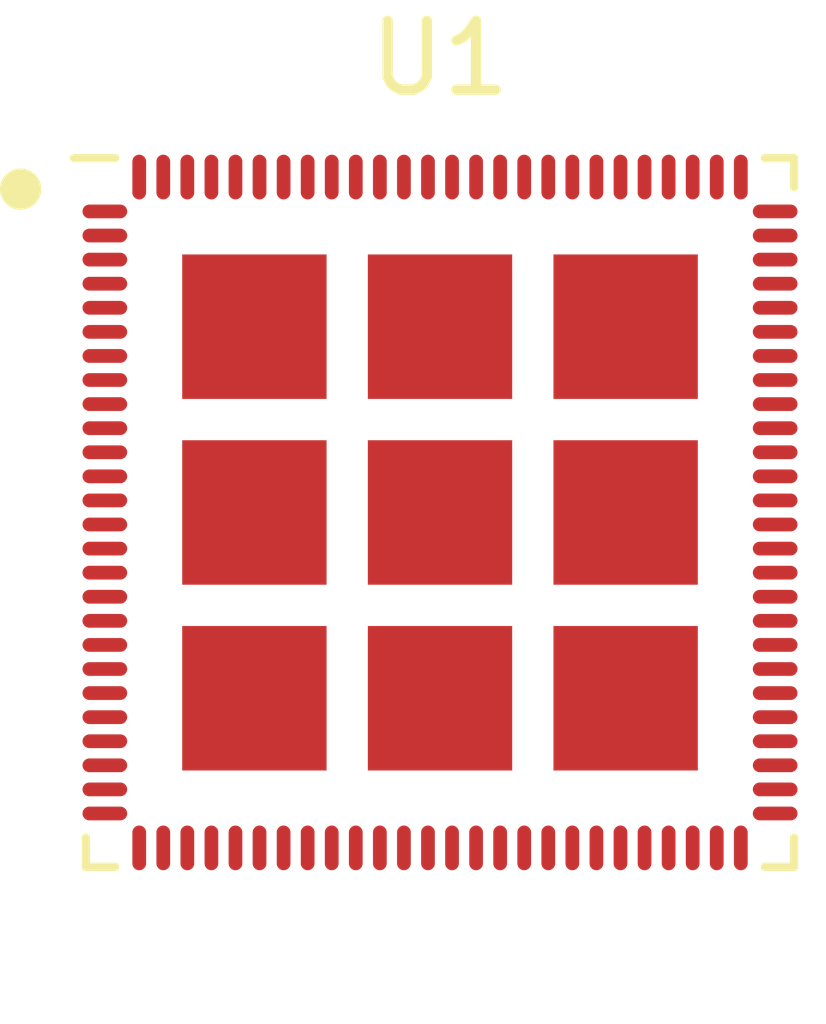
<source format=kicad_pcb>
(kicad_pcb (version 20241229) (generator "pcbnew") (generator_version "9.0")
  (layers (0 "F.Cu" signal) (2 "B.Cu" signal) (13 "F.Paste" user) (15 "B.Paste" user) (5 "F.SilkS" user "F.Silkscreen") (7 "B.SilkS" user "B.Silkscreen") (1 "F.Mask" user) (3 "B.Mask" user) (25 "Edge.Cuts" user))
  (net 0 "")
  (footprint "PCM_Espressif:ESP32-P4" (layer "F.Cu") (at 151.125 100.125)
    (property "Reference" "U1" (at 0 -6.6 0) (layer "F.SilkS"))
    (property "Value" "~")
    (fp_line (start -5.15 5.15) (end -5.15 4.725) (stroke (width 0.12)) (layer "F.SilkS"))
    (fp_line (start -4.725 -5.15) (end -5.325 -5.15) (stroke (width 0.12)) (layer "F.SilkS"))
    (fp_line (start -4.725 5.15) (end -5.15 5.15) (stroke (width 0.12)) (layer "F.SilkS"))
    (fp_line (start 4.725 -5.15) (end 5.15 -5.15) (stroke (width 0.12)) (layer "F.SilkS"))
    (fp_line (start 4.725 5.15) (end 5.15 5.15) (stroke (width 0.12)) (layer "F.SilkS"))
    (fp_line (start 5.15 -5.15) (end 5.15 -4.725) (stroke (width 0.12)) (layer "F.SilkS"))
    (fp_line (start 5.15 5.15) (end 5.15 4.725) (stroke (width 0.12)) (layer "F.SilkS"))
    (fp_circle (center -6.1 -4.7) (end -5.85 -4.7) (stroke (width 0.1)) (fill yes) (layer "F.SilkS"))
    (pad "1" smd oval (at -4.875 -4.375 90) (size 0.2 0.65) (layers "F.Cu" "F.Mask" "F.Paste"))
    (pad "2" smd oval (at -4.875 -4.025 90) (size 0.2 0.65) (layers "F.Cu" "F.Mask" "F.Paste"))
    (pad "3" smd oval (at -4.875 -3.675 90) (size 0.2 0.65) (layers "F.Cu" "F.Mask" "F.Paste"))
    (pad "4" smd oval (at -4.875 -3.325 90) (size 0.2 0.65) (layers "F.Cu" "F.Mask" "F.Paste"))
    (pad "5" smd oval (at -4.875 -2.975 90) (size 0.2 0.65) (layers "F.Cu" "F.Mask" "F.Paste"))
    (pad "6" smd oval (at -4.875 -2.625 90) (size 0.2 0.65) (layers "F.Cu" "F.Mask" "F.Paste"))
    (pad "7" smd oval (at -4.875 -2.275 90) (size 0.2 0.65) (layers "F.Cu" "F.Mask" "F.Paste"))
    (pad "8" smd oval (at -4.875 -1.925 90) (size 0.2 0.65) (layers "F.Cu" "F.Mask" "F.Paste"))
    (pad "9" smd oval (at -4.875 -1.575 90) (size 0.2 0.65) (layers "F.Cu" "F.Mask" "F.Paste"))
    (pad "10" smd oval (at -4.875 -1.225 90) (size 0.2 0.65) (layers "F.Cu" "F.Mask" "F.Paste"))
    (pad "11" smd oval (at -4.875 -0.875 90) (size 0.2 0.65) (layers "F.Cu" "F.Mask" "F.Paste"))
    (pad "12" smd oval (at -4.875 -0.525 90) (size 0.2 0.65) (layers "F.Cu" "F.Mask" "F.Paste"))
    (pad "13" smd oval (at -4.875 -0.175 90) (size 0.2 0.65) (layers "F.Cu" "F.Mask" "F.Paste"))
    (pad "14" smd oval (at -4.875 0.175 90) (size 0.2 0.65) (layers "F.Cu" "F.Mask" "F.Paste"))
    (pad "15" smd oval (at -4.875 0.525 90) (size 0.2 0.65) (layers "F.Cu" "F.Mask" "F.Paste"))
    (pad "16" smd oval (at -4.875 0.875 90) (size 0.2 0.65) (layers "F.Cu" "F.Mask" "F.Paste"))
    (pad "17" smd oval (at -4.875 1.225 90) (size 0.2 0.65) (layers "F.Cu" "F.Mask" "F.Paste"))
    (pad "18" smd oval (at -4.875 1.575 90) (size 0.2 0.65) (layers "F.Cu" "F.Mask" "F.Paste"))
    (pad "19" smd oval (at -4.875 1.925 90) (size 0.2 0.65) (layers "F.Cu" "F.Mask" "F.Paste"))
    (pad "20" smd oval (at -4.875 2.275 90) (size 0.2 0.65) (layers "F.Cu" "F.Mask" "F.Paste"))
    (pad "21" smd oval (at -4.875 2.625 90) (size 0.2 0.65) (layers "F.Cu" "F.Mask" "F.Paste"))
    (pad "22" smd oval (at -4.875 2.975 90) (size 0.2 0.65) (layers "F.Cu" "F.Mask" "F.Paste"))
    (pad "23" smd oval (at -4.875 3.325 90) (size 0.2 0.65) (layers "F.Cu" "F.Mask" "F.Paste"))
    (pad "24" smd oval (at -4.875 3.675 90) (size 0.2 0.65) (layers "F.Cu" "F.Mask" "F.Paste"))
    (pad "25" smd oval (at -4.875 4.025 90) (size 0.2 0.65) (layers "F.Cu" "F.Mask" "F.Paste"))
    (pad "26" smd oval (at -4.875 4.375 90) (size 0.2 0.65) (layers "F.Cu" "F.Mask" "F.Paste"))
    (pad "27" smd oval (at -4.375 4.875) (size 0.2 0.65) (layers "F.Cu" "F.Mask" "F.Paste"))
    (pad "28" smd oval (at -4.025 4.875) (size 0.2 0.65) (layers "F.Cu" "F.Mask" "F.Paste"))
    (pad "29" smd oval (at -3.675 4.875) (size 0.2 0.65) (layers "F.Cu" "F.Mask" "F.Paste"))
    (pad "30" smd oval (at -3.325 4.875) (size 0.2 0.65) (layers "F.Cu" "F.Mask" "F.Paste"))
    (pad "31" smd oval (at -2.975 4.875) (size 0.2 0.65) (layers "F.Cu" "F.Mask" "F.Paste"))
    (pad "32" smd oval (at -2.625 4.875) (size 0.2 0.65) (layers "F.Cu" "F.Mask" "F.Paste"))
    (pad "33" smd oval (at -2.275 4.875) (size 0.2 0.65) (layers "F.Cu" "F.Mask" "F.Paste"))
    (pad "34" smd oval (at -1.925 4.875) (size 0.2 0.65) (layers "F.Cu" "F.Mask" "F.Paste"))
    (pad "35" smd oval (at -1.575 4.875) (size 0.2 0.65) (layers "F.Cu" "F.Mask" "F.Paste"))
    (pad "36" smd oval (at -1.225 4.875) (size 0.2 0.65) (layers "F.Cu" "F.Mask" "F.Paste"))
    (pad "37" smd oval (at -0.875 4.875) (size 0.2 0.65) (layers "F.Cu" "F.Mask" "F.Paste"))
    (pad "38" smd oval (at -0.525 4.875) (size 0.2 0.65) (layers "F.Cu" "F.Mask" "F.Paste"))
    (pad "39" smd oval (at -0.175 4.875) (size 0.2 0.65) (layers "F.Cu" "F.Mask" "F.Paste"))
    (pad "40" smd oval (at 0.175 4.875) (size 0.2 0.65) (layers "F.Cu" "F.Mask" "F.Paste"))
    (pad "41" smd oval (at 0.525 4.875) (size 0.2 0.65) (layers "F.Cu" "F.Mask" "F.Paste"))
    (pad "42" smd oval (at 0.875 4.875) (size 0.2 0.65) (layers "F.Cu" "F.Mask" "F.Paste"))
    (pad "43" smd oval (at 1.225 4.875) (size 0.2 0.65) (layers "F.Cu" "F.Mask" "F.Paste"))
    (pad "44" smd oval (at 1.575 4.875) (size 0.2 0.65) (layers "F.Cu" "F.Mask" "F.Paste"))
    (pad "45" smd oval (at 1.925 4.875) (size 0.2 0.65) (layers "F.Cu" "F.Mask" "F.Paste"))
    (pad "46" smd oval (at 2.275 4.875) (size 0.2 0.65) (layers "F.Cu" "F.Mask" "F.Paste"))
    (pad "47" smd oval (at 2.625 4.875) (size 0.2 0.65) (layers "F.Cu" "F.Mask" "F.Paste"))
    (pad "48" smd oval (at 2.975 4.875) (size 0.2 0.65) (layers "F.Cu" "F.Mask" "F.Paste"))
    (pad "49" smd oval (at 3.325 4.875) (size 0.2 0.65) (layers "F.Cu" "F.Mask" "F.Paste"))
    (pad "50" smd oval (at 3.675 4.875) (size 0.2 0.65) (layers "F.Cu" "F.Mask" "F.Paste"))
    (pad "51" smd oval (at 4.025 4.875) (size 0.2 0.65) (layers "F.Cu" "F.Mask" "F.Paste"))
    (pad "52" smd oval (at 4.375 4.875) (size 0.2 0.65) (layers "F.Cu" "F.Mask" "F.Paste"))
    (pad "53" smd oval (at 4.875 4.375 90) (size 0.2 0.65) (layers "F.Cu" "F.Mask" "F.Paste"))
    (pad "54" smd oval (at 4.875 4.025 90) (size 0.2 0.65) (layers "F.Cu" "F.Mask" "F.Paste"))
    (pad "55" smd oval (at 4.875 3.675 90) (size 0.2 0.65) (layers "F.Cu" "F.Mask" "F.Paste"))
    (pad "56" smd oval (at 4.875 3.325 90) (size 0.2 0.65) (layers "F.Cu" "F.Mask" "F.Paste"))
    (pad "57" smd oval (at 4.875 2.975 90) (size 0.2 0.65) (layers "F.Cu" "F.Mask" "F.Paste"))
    (pad "58" smd oval (at 4.875 2.625 90) (size 0.2 0.65) (layers "F.Cu" "F.Mask" "F.Paste"))
    (pad "59" smd oval (at 4.875 2.275 90) (size 0.2 0.65) (layers "F.Cu" "F.Mask" "F.Paste"))
    (pad "60" smd oval (at 4.875 1.925 90) (size 0.2 0.65) (layers "F.Cu" "F.Mask" "F.Paste"))
    (pad "61" smd oval (at 4.875 1.575 90) (size 0.2 0.65) (layers "F.Cu" "F.Mask" "F.Paste"))
    (pad "62" smd oval (at 4.875 1.225 90) (size 0.2 0.65) (layers "F.Cu" "F.Mask" "F.Paste"))
    (pad "63" smd oval (at 4.875 0.875 90) (size 0.2 0.65) (layers "F.Cu" "F.Mask" "F.Paste"))
    (pad "64" smd oval (at 4.875 0.525 90) (size 0.2 0.65) (layers "F.Cu" "F.Mask" "F.Paste"))
    (pad "65" smd oval (at 4.875 0.175 90) (size 0.2 0.65) (layers "F.Cu" "F.Mask" "F.Paste"))
    (pad "66" smd oval (at 4.875 -0.175 90) (size 0.2 0.65) (layers "F.Cu" "F.Mask" "F.Paste"))
    (pad "67" smd oval (at 4.875 -0.525 90) (size 0.2 0.65) (layers "F.Cu" "F.Mask" "F.Paste"))
    (pad "68" smd oval (at 4.875 -0.875 90) (size 0.2 0.65) (layers "F.Cu" "F.Mask" "F.Paste"))
    (pad "69" smd oval (at 4.875 -1.225 90) (size 0.2 0.65) (layers "F.Cu" "F.Mask" "F.Paste"))
    (pad "70" smd oval (at 4.875 -1.575 90) (size 0.2 0.65) (layers "F.Cu" "F.Mask" "F.Paste"))
    (pad "71" smd oval (at 4.875 -1.925 90) (size 0.2 0.65) (layers "F.Cu" "F.Mask" "F.Paste"))
    (pad "72" smd oval (at 4.875 -2.275 90) (size 0.2 0.65) (layers "F.Cu" "F.Mask" "F.Paste"))
    (pad "73" smd oval (at 4.875 -2.625 90) (size 0.2 0.65) (layers "F.Cu" "F.Mask" "F.Paste"))
    (pad "74" smd oval (at 4.875 -2.975 90) (size 0.2 0.65) (layers "F.Cu" "F.Mask" "F.Paste"))
    (pad "75" smd oval (at 4.875 -3.325 90) (size 0.2 0.65) (layers "F.Cu" "F.Mask" "F.Paste"))
    (pad "76" smd oval (at 4.875 -3.675 90) (size 0.2 0.65) (layers "F.Cu" "F.Mask" "F.Paste"))
    (pad "77" smd oval (at 4.875 -4.025 90) (size 0.2 0.65) (layers "F.Cu" "F.Mask" "F.Paste"))
    (pad "78" smd oval (at 4.875 -4.375 90) (size 0.2 0.65) (layers "F.Cu" "F.Mask" "F.Paste"))
    (pad "79" smd oval (at 4.375 -4.875) (size 0.2 0.65) (layers "F.Cu" "F.Mask" "F.Paste"))
    (pad "80" smd oval (at 4.025 -4.875) (size 0.2 0.65) (layers "F.Cu" "F.Mask" "F.Paste"))
    (pad "81" smd oval (at 3.675 -4.875) (size 0.2 0.65) (layers "F.Cu" "F.Mask" "F.Paste"))
    (pad "82" smd oval (at 3.325 -4.875) (size 0.2 0.65) (layers "F.Cu" "F.Mask" "F.Paste"))
    (pad "83" smd oval (at 2.975 -4.875) (size 0.2 0.65) (layers "F.Cu" "F.Mask" "F.Paste"))
    (pad "84" smd oval (at 2.625 -4.875) (size 0.2 0.65) (layers "F.Cu" "F.Mask" "F.Paste"))
    (pad "85" smd oval (at 2.275 -4.875) (size 0.2 0.65) (layers "F.Cu" "F.Mask" "F.Paste"))
    (pad "86" smd oval (at 1.925 -4.875) (size 0.2 0.65) (layers "F.Cu" "F.Mask" "F.Paste"))
    (pad "87" smd oval (at 1.575 -4.875) (size 0.2 0.65) (layers "F.Cu" "F.Mask" "F.Paste"))
    (pad "88" smd oval (at 1.225 -4.875) (size 0.2 0.65) (layers "F.Cu" "F.Mask" "F.Paste"))
    (pad "89" smd oval (at 0.875 -4.875) (size 0.2 0.65) (layers "F.Cu" "F.Mask" "F.Paste"))
    (pad "90" smd oval (at 0.525 -4.875) (size 0.2 0.65) (layers "F.Cu" "F.Mask" "F.Paste"))
    (pad "91" smd oval (at 0.175 -4.875) (size 0.2 0.65) (layers "F.Cu" "F.Mask" "F.Paste"))
    (pad "92" smd oval (at -0.175 -4.875) (size 0.2 0.65) (layers "F.Cu" "F.Mask" "F.Paste"))
    (pad "93" smd oval (at -0.525 -4.875) (size 0.2 0.65) (layers "F.Cu" "F.Mask" "F.Paste"))
    (pad "94" smd oval (at -0.875 -4.875) (size 0.2 0.65) (layers "F.Cu" "F.Mask" "F.Paste"))
    (pad "95" smd oval (at -1.225 -4.875) (size 0.2 0.65) (layers "F.Cu" "F.Mask" "F.Paste"))
    (pad "96" smd oval (at -1.575 -4.875) (size 0.2 0.65) (layers "F.Cu" "F.Mask" "F.Paste"))
    (pad "97" smd oval (at -1.925 -4.875) (size 0.2 0.65) (layers "F.Cu" "F.Mask" "F.Paste"))
    (pad "98" smd oval (at -2.275 -4.875) (size 0.2 0.65) (layers "F.Cu" "F.Mask" "F.Paste"))
    (pad "99" smd oval (at -2.625 -4.875) (size 0.2 0.65) (layers "F.Cu" "F.Mask" "F.Paste"))
    (pad "100" smd oval (at -2.975 -4.875) (size 0.2 0.65) (layers "F.Cu" "F.Mask" "F.Paste"))
    (pad "101" smd oval (at -3.325 -4.875) (size 0.2 0.65) (layers "F.Cu" "F.Mask" "F.Paste"))
    (pad "102" smd oval (at -3.675 -4.875) (size 0.2 0.65) (layers "F.Cu" "F.Mask" "F.Paste"))
    (pad "103" smd oval (at -4.025 -4.875) (size 0.2 0.65) (layers "F.Cu" "F.Mask" "F.Paste"))
    (pad "104" smd oval (at -4.375 -4.875) (size 0.2 0.65) (layers "F.Cu" "F.Mask" "F.Paste"))
    (pad "105" smd rect (at -2.7 -2.7) (size 2.1 2.1) (layers "F.Cu" "F.Mask" "F.Paste"))
    (pad "105" smd rect (at -2.7 0) (size 2.1 2.1) (layers "F.Cu" "F.Mask" "F.Paste"))
    (pad "105" smd rect (at -2.7 2.7) (size 2.1 2.1) (layers "F.Cu" "F.Mask" "F.Paste"))
    (pad "105" smd rect (at 0 -2.7) (size 2.1 2.1) (layers "F.Cu" "F.Mask" "F.Paste"))
    (pad "105" smd rect (at 0 0) (size 2.1 2.1) (layers "F.Cu" "F.Mask" "F.Paste"))
    (pad "105" smd rect (at 0 2.7) (size 2.1 2.1) (layers "F.Cu" "F.Mask" "F.Paste"))
    (pad "105" smd rect (at 2.7 -2.7) (size 2.1 2.1) (layers "F.Cu" "F.Mask" "F.Paste"))
    (pad "105" smd rect (at 2.7 0) (size 2.1 2.1) (layers "F.Cu" "F.Mask" "F.Paste"))
    (pad "105" smd rect (at 2.7 2.7) (size 2.1 2.1) (layers "F.Cu" "F.Mask" "F.Paste"))
  )
)
</source>
